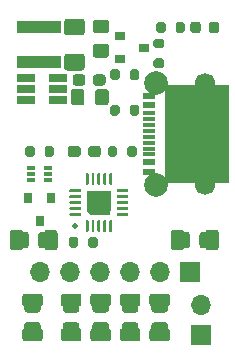
<source format=gbr>
%TF.GenerationSoftware,KiCad,Pcbnew,(5.1.9-0-10_14)*%
%TF.CreationDate,2021-05-17T11:03:40+01:00*%
%TF.ProjectId,Battery,42617474-6572-4792-9e6b-696361645f70,1*%
%TF.SameCoordinates,Original*%
%TF.FileFunction,Soldermask,Top*%
%TF.FilePolarity,Negative*%
%FSLAX46Y46*%
G04 Gerber Fmt 4.6, Leading zero omitted, Abs format (unit mm)*
G04 Created by KiCad (PCBNEW (5.1.9-0-10_14)) date 2021-05-17 11:03:40*
%MOMM*%
%LPD*%
G01*
G04 APERTURE LIST*
%ADD10R,0.900000X0.800000*%
%ADD11R,0.800000X0.900000*%
%ADD12R,0.700000X0.400000*%
%ADD13R,1.700000X1.700000*%
%ADD14O,1.700000X1.700000*%
%ADD15R,3.700000X1.100000*%
%ADD16R,1.560000X0.650000*%
%ADD17C,0.100000*%
%ADD18R,1.750000X2.000000*%
%ADD19C,0.350000*%
%ADD20C,0.500000*%
%ADD21R,2.000000X1.750000*%
%ADD22R,5.490000X8.340000*%
%ADD23R,1.140000X0.600000*%
%ADD24C,1.700000*%
%ADD25C,2.000000*%
%ADD26R,1.140000X0.300000*%
G04 APERTURE END LIST*
%TO.C,R13*%
G36*
G01*
X130675000Y-101575000D02*
X130125000Y-101575000D01*
G75*
G02*
X129925000Y-101375000I0J200000D01*
G01*
X129925000Y-100975000D01*
G75*
G02*
X130125000Y-100775000I200000J0D01*
G01*
X130675000Y-100775000D01*
G75*
G02*
X130875000Y-100975000I0J-200000D01*
G01*
X130875000Y-101375000D01*
G75*
G02*
X130675000Y-101575000I-200000J0D01*
G01*
G37*
G36*
G01*
X130675000Y-103225000D02*
X130125000Y-103225000D01*
G75*
G02*
X129925000Y-103025000I0J200000D01*
G01*
X129925000Y-102625000D01*
G75*
G02*
X130125000Y-102425000I200000J0D01*
G01*
X130675000Y-102425000D01*
G75*
G02*
X130875000Y-102625000I0J-200000D01*
G01*
X130875000Y-103025000D01*
G75*
G02*
X130675000Y-103225000I-200000J0D01*
G01*
G37*
%TD*%
%TO.C,R12*%
G36*
G01*
X127925000Y-104075000D02*
X127925000Y-103525000D01*
G75*
G02*
X128125000Y-103325000I200000J0D01*
G01*
X128525000Y-103325000D01*
G75*
G02*
X128725000Y-103525000I0J-200000D01*
G01*
X128725000Y-104075000D01*
G75*
G02*
X128525000Y-104275000I-200000J0D01*
G01*
X128125000Y-104275000D01*
G75*
G02*
X127925000Y-104075000I0J200000D01*
G01*
G37*
G36*
G01*
X126275000Y-104075000D02*
X126275000Y-103525000D01*
G75*
G02*
X126475000Y-103325000I200000J0D01*
G01*
X126875000Y-103325000D01*
G75*
G02*
X127075000Y-103525000I0J-200000D01*
G01*
X127075000Y-104075000D01*
G75*
G02*
X126875000Y-104275000I-200000J0D01*
G01*
X126475000Y-104275000D01*
G75*
G02*
X126275000Y-104075000I0J200000D01*
G01*
G37*
%TD*%
D10*
%TO.C,Q3*%
X129100000Y-101500000D03*
X127100000Y-102450000D03*
X127100000Y-100550000D03*
%TD*%
D11*
%TO.C,Q2*%
X120300000Y-116200000D03*
X119350000Y-114200000D03*
X121250000Y-114200000D03*
%TD*%
%TO.C,R11*%
G36*
G01*
X131825000Y-100075000D02*
X131825000Y-99525000D01*
G75*
G02*
X132025000Y-99325000I200000J0D01*
G01*
X132425000Y-99325000D01*
G75*
G02*
X132625000Y-99525000I0J-200000D01*
G01*
X132625000Y-100075000D01*
G75*
G02*
X132425000Y-100275000I-200000J0D01*
G01*
X132025000Y-100275000D01*
G75*
G02*
X131825000Y-100075000I0J200000D01*
G01*
G37*
G36*
G01*
X130175000Y-100075000D02*
X130175000Y-99525000D01*
G75*
G02*
X130375000Y-99325000I200000J0D01*
G01*
X130775000Y-99325000D01*
G75*
G02*
X130975000Y-99525000I0J-200000D01*
G01*
X130975000Y-100075000D01*
G75*
G02*
X130775000Y-100275000I-200000J0D01*
G01*
X130375000Y-100275000D01*
G75*
G02*
X130175000Y-100075000I0J200000D01*
G01*
G37*
%TD*%
%TO.C,D1*%
G36*
G01*
X133950000Y-99543750D02*
X133950000Y-100056250D01*
G75*
G02*
X133731250Y-100275000I-218750J0D01*
G01*
X133293750Y-100275000D01*
G75*
G02*
X133075000Y-100056250I0J218750D01*
G01*
X133075000Y-99543750D01*
G75*
G02*
X133293750Y-99325000I218750J0D01*
G01*
X133731250Y-99325000D01*
G75*
G02*
X133950000Y-99543750I0J-218750D01*
G01*
G37*
G36*
G01*
X135525000Y-99543750D02*
X135525000Y-100056250D01*
G75*
G02*
X135306250Y-100275000I-218750J0D01*
G01*
X134868750Y-100275000D01*
G75*
G02*
X134650000Y-100056250I0J218750D01*
G01*
X134650000Y-99543750D01*
G75*
G02*
X134868750Y-99325000I218750J0D01*
G01*
X135306250Y-99325000D01*
G75*
G02*
X135525000Y-99543750I0J-218750D01*
G01*
G37*
%TD*%
%TO.C,R10*%
G36*
G01*
X124425000Y-118275000D02*
X124425000Y-117725000D01*
G75*
G02*
X124625000Y-117525000I200000J0D01*
G01*
X125025000Y-117525000D01*
G75*
G02*
X125225000Y-117725000I0J-200000D01*
G01*
X125225000Y-118275000D01*
G75*
G02*
X125025000Y-118475000I-200000J0D01*
G01*
X124625000Y-118475000D01*
G75*
G02*
X124425000Y-118275000I0J200000D01*
G01*
G37*
G36*
G01*
X122775000Y-118275000D02*
X122775000Y-117725000D01*
G75*
G02*
X122975000Y-117525000I200000J0D01*
G01*
X123375000Y-117525000D01*
G75*
G02*
X123575000Y-117725000I0J-200000D01*
G01*
X123575000Y-118275000D01*
G75*
G02*
X123375000Y-118475000I-200000J0D01*
G01*
X122975000Y-118475000D01*
G75*
G02*
X122775000Y-118275000I0J200000D01*
G01*
G37*
%TD*%
%TO.C,R9*%
G36*
G01*
X119875000Y-110025000D02*
X119875000Y-110575000D01*
G75*
G02*
X119675000Y-110775000I-200000J0D01*
G01*
X119275000Y-110775000D01*
G75*
G02*
X119075000Y-110575000I0J200000D01*
G01*
X119075000Y-110025000D01*
G75*
G02*
X119275000Y-109825000I200000J0D01*
G01*
X119675000Y-109825000D01*
G75*
G02*
X119875000Y-110025000I0J-200000D01*
G01*
G37*
G36*
G01*
X121525000Y-110025000D02*
X121525000Y-110575000D01*
G75*
G02*
X121325000Y-110775000I-200000J0D01*
G01*
X120925000Y-110775000D01*
G75*
G02*
X120725000Y-110575000I0J200000D01*
G01*
X120725000Y-110025000D01*
G75*
G02*
X120925000Y-109825000I200000J0D01*
G01*
X121325000Y-109825000D01*
G75*
G02*
X121525000Y-110025000I0J-200000D01*
G01*
G37*
%TD*%
%TO.C,R8*%
G36*
G01*
X127925000Y-107075000D02*
X127925000Y-106525000D01*
G75*
G02*
X128125000Y-106325000I200000J0D01*
G01*
X128525000Y-106325000D01*
G75*
G02*
X128725000Y-106525000I0J-200000D01*
G01*
X128725000Y-107075000D01*
G75*
G02*
X128525000Y-107275000I-200000J0D01*
G01*
X128125000Y-107275000D01*
G75*
G02*
X127925000Y-107075000I0J200000D01*
G01*
G37*
G36*
G01*
X126275000Y-107075000D02*
X126275000Y-106525000D01*
G75*
G02*
X126475000Y-106325000I200000J0D01*
G01*
X126875000Y-106325000D01*
G75*
G02*
X127075000Y-106525000I0J-200000D01*
G01*
X127075000Y-107075000D01*
G75*
G02*
X126875000Y-107275000I-200000J0D01*
G01*
X126475000Y-107275000D01*
G75*
G02*
X126275000Y-107075000I0J200000D01*
G01*
G37*
%TD*%
%TO.C,R7*%
G36*
G01*
X126875000Y-110025000D02*
X126875000Y-110575000D01*
G75*
G02*
X126675000Y-110775000I-200000J0D01*
G01*
X126275000Y-110775000D01*
G75*
G02*
X126075000Y-110575000I0J200000D01*
G01*
X126075000Y-110025000D01*
G75*
G02*
X126275000Y-109825000I200000J0D01*
G01*
X126675000Y-109825000D01*
G75*
G02*
X126875000Y-110025000I0J-200000D01*
G01*
G37*
G36*
G01*
X128525000Y-110025000D02*
X128525000Y-110575000D01*
G75*
G02*
X128325000Y-110775000I-200000J0D01*
G01*
X127925000Y-110775000D01*
G75*
G02*
X127725000Y-110575000I0J200000D01*
G01*
X127725000Y-110025000D01*
G75*
G02*
X127925000Y-109825000I200000J0D01*
G01*
X128325000Y-109825000D01*
G75*
G02*
X128525000Y-110025000I0J-200000D01*
G01*
G37*
%TD*%
D12*
%TO.C,Q1*%
X119550000Y-112200000D03*
X119550000Y-111700000D03*
X121050000Y-112200000D03*
X119550000Y-112700000D03*
X121050000Y-111700000D03*
X121050000Y-112700000D03*
%TD*%
%TO.C,R6*%
G36*
G01*
X118375000Y-118249900D02*
X118375000Y-117350100D01*
G75*
G02*
X118625100Y-117100000I250100J0D01*
G01*
X119149900Y-117100000D01*
G75*
G02*
X119400000Y-117350100I0J-250100D01*
G01*
X119400000Y-118249900D01*
G75*
G02*
X119149900Y-118500000I-250100J0D01*
G01*
X118625100Y-118500000D01*
G75*
G02*
X118375000Y-118249900I0J250100D01*
G01*
G37*
G36*
G01*
X120200000Y-118249900D02*
X120200000Y-117350100D01*
G75*
G02*
X120450100Y-117100000I250100J0D01*
G01*
X120974900Y-117100000D01*
G75*
G02*
X121225000Y-117350100I0J-250100D01*
G01*
X121225000Y-118249900D01*
G75*
G02*
X120974900Y-118500000I-250100J0D01*
G01*
X120450100Y-118500000D01*
G75*
G02*
X120200000Y-118249900I0J250100D01*
G01*
G37*
G36*
G01*
X120700000Y-118425250D02*
X120700000Y-117174750D01*
G75*
G02*
X120949750Y-116925000I249750J0D01*
G01*
X121575250Y-116925000D01*
G75*
G02*
X121825000Y-117174750I0J-249750D01*
G01*
X121825000Y-118425250D01*
G75*
G02*
X121575250Y-118675000I-249750J0D01*
G01*
X120949750Y-118675000D01*
G75*
G02*
X120700000Y-118425250I0J249750D01*
G01*
G37*
G36*
G01*
X117775000Y-118425250D02*
X117775000Y-117174750D01*
G75*
G02*
X118024750Y-116925000I249750J0D01*
G01*
X118650250Y-116925000D01*
G75*
G02*
X118900000Y-117174750I0J-249750D01*
G01*
X118900000Y-118425250D01*
G75*
G02*
X118650250Y-118675000I-249750J0D01*
G01*
X118024750Y-118675000D01*
G75*
G02*
X117775000Y-118425250I0J249750D01*
G01*
G37*
%TD*%
%TO.C,R5*%
G36*
G01*
X120149900Y-125775000D02*
X119250100Y-125775000D01*
G75*
G02*
X119000000Y-125524900I0J250100D01*
G01*
X119000000Y-125000100D01*
G75*
G02*
X119250100Y-124750000I250100J0D01*
G01*
X120149900Y-124750000D01*
G75*
G02*
X120400000Y-125000100I0J-250100D01*
G01*
X120400000Y-125524900D01*
G75*
G02*
X120149900Y-125775000I-250100J0D01*
G01*
G37*
G36*
G01*
X120149900Y-123950000D02*
X119250100Y-123950000D01*
G75*
G02*
X119000000Y-123699900I0J250100D01*
G01*
X119000000Y-123175100D01*
G75*
G02*
X119250100Y-122925000I250100J0D01*
G01*
X120149900Y-122925000D01*
G75*
G02*
X120400000Y-123175100I0J-250100D01*
G01*
X120400000Y-123699900D01*
G75*
G02*
X120149900Y-123950000I-250100J0D01*
G01*
G37*
G36*
G01*
X120325250Y-123450000D02*
X119074750Y-123450000D01*
G75*
G02*
X118825000Y-123200250I0J249750D01*
G01*
X118825000Y-122574750D01*
G75*
G02*
X119074750Y-122325000I249750J0D01*
G01*
X120325250Y-122325000D01*
G75*
G02*
X120575000Y-122574750I0J-249750D01*
G01*
X120575000Y-123200250D01*
G75*
G02*
X120325250Y-123450000I-249750J0D01*
G01*
G37*
G36*
G01*
X120325250Y-126375000D02*
X119074750Y-126375000D01*
G75*
G02*
X118825000Y-126125250I0J249750D01*
G01*
X118825000Y-125499750D01*
G75*
G02*
X119074750Y-125250000I249750J0D01*
G01*
X120325250Y-125250000D01*
G75*
G02*
X120575000Y-125499750I0J-249750D01*
G01*
X120575000Y-126125250D01*
G75*
G02*
X120325250Y-126375000I-249750J0D01*
G01*
G37*
%TD*%
%TO.C,R4*%
G36*
G01*
X123419900Y-125775000D02*
X122520100Y-125775000D01*
G75*
G02*
X122270000Y-125524900I0J250100D01*
G01*
X122270000Y-125000100D01*
G75*
G02*
X122520100Y-124750000I250100J0D01*
G01*
X123419900Y-124750000D01*
G75*
G02*
X123670000Y-125000100I0J-250100D01*
G01*
X123670000Y-125524900D01*
G75*
G02*
X123419900Y-125775000I-250100J0D01*
G01*
G37*
G36*
G01*
X123419900Y-123950000D02*
X122520100Y-123950000D01*
G75*
G02*
X122270000Y-123699900I0J250100D01*
G01*
X122270000Y-123175100D01*
G75*
G02*
X122520100Y-122925000I250100J0D01*
G01*
X123419900Y-122925000D01*
G75*
G02*
X123670000Y-123175100I0J-250100D01*
G01*
X123670000Y-123699900D01*
G75*
G02*
X123419900Y-123950000I-250100J0D01*
G01*
G37*
G36*
G01*
X123595250Y-123450000D02*
X122344750Y-123450000D01*
G75*
G02*
X122095000Y-123200250I0J249750D01*
G01*
X122095000Y-122574750D01*
G75*
G02*
X122344750Y-122325000I249750J0D01*
G01*
X123595250Y-122325000D01*
G75*
G02*
X123845000Y-122574750I0J-249750D01*
G01*
X123845000Y-123200250D01*
G75*
G02*
X123595250Y-123450000I-249750J0D01*
G01*
G37*
G36*
G01*
X123595250Y-126375000D02*
X122344750Y-126375000D01*
G75*
G02*
X122095000Y-126125250I0J249750D01*
G01*
X122095000Y-125499750D01*
G75*
G02*
X122344750Y-125250000I249750J0D01*
G01*
X123595250Y-125250000D01*
G75*
G02*
X123845000Y-125499750I0J-249750D01*
G01*
X123845000Y-126125250D01*
G75*
G02*
X123595250Y-126375000I-249750J0D01*
G01*
G37*
%TD*%
%TO.C,R3*%
G36*
G01*
X125919900Y-125775000D02*
X125020100Y-125775000D01*
G75*
G02*
X124770000Y-125524900I0J250100D01*
G01*
X124770000Y-125000100D01*
G75*
G02*
X125020100Y-124750000I250100J0D01*
G01*
X125919900Y-124750000D01*
G75*
G02*
X126170000Y-125000100I0J-250100D01*
G01*
X126170000Y-125524900D01*
G75*
G02*
X125919900Y-125775000I-250100J0D01*
G01*
G37*
G36*
G01*
X125919900Y-123950000D02*
X125020100Y-123950000D01*
G75*
G02*
X124770000Y-123699900I0J250100D01*
G01*
X124770000Y-123175100D01*
G75*
G02*
X125020100Y-122925000I250100J0D01*
G01*
X125919900Y-122925000D01*
G75*
G02*
X126170000Y-123175100I0J-250100D01*
G01*
X126170000Y-123699900D01*
G75*
G02*
X125919900Y-123950000I-250100J0D01*
G01*
G37*
G36*
G01*
X126095250Y-123450000D02*
X124844750Y-123450000D01*
G75*
G02*
X124595000Y-123200250I0J249750D01*
G01*
X124595000Y-122574750D01*
G75*
G02*
X124844750Y-122325000I249750J0D01*
G01*
X126095250Y-122325000D01*
G75*
G02*
X126345000Y-122574750I0J-249750D01*
G01*
X126345000Y-123200250D01*
G75*
G02*
X126095250Y-123450000I-249750J0D01*
G01*
G37*
G36*
G01*
X126095250Y-126375000D02*
X124844750Y-126375000D01*
G75*
G02*
X124595000Y-126125250I0J249750D01*
G01*
X124595000Y-125499750D01*
G75*
G02*
X124844750Y-125250000I249750J0D01*
G01*
X126095250Y-125250000D01*
G75*
G02*
X126345000Y-125499750I0J-249750D01*
G01*
X126345000Y-126125250D01*
G75*
G02*
X126095250Y-126375000I-249750J0D01*
G01*
G37*
%TD*%
%TO.C,R2*%
G36*
G01*
X128419900Y-125775000D02*
X127520100Y-125775000D01*
G75*
G02*
X127270000Y-125524900I0J250100D01*
G01*
X127270000Y-125000100D01*
G75*
G02*
X127520100Y-124750000I250100J0D01*
G01*
X128419900Y-124750000D01*
G75*
G02*
X128670000Y-125000100I0J-250100D01*
G01*
X128670000Y-125524900D01*
G75*
G02*
X128419900Y-125775000I-250100J0D01*
G01*
G37*
G36*
G01*
X128419900Y-123950000D02*
X127520100Y-123950000D01*
G75*
G02*
X127270000Y-123699900I0J250100D01*
G01*
X127270000Y-123175100D01*
G75*
G02*
X127520100Y-122925000I250100J0D01*
G01*
X128419900Y-122925000D01*
G75*
G02*
X128670000Y-123175100I0J-250100D01*
G01*
X128670000Y-123699900D01*
G75*
G02*
X128419900Y-123950000I-250100J0D01*
G01*
G37*
G36*
G01*
X128595250Y-123450000D02*
X127344750Y-123450000D01*
G75*
G02*
X127095000Y-123200250I0J249750D01*
G01*
X127095000Y-122574750D01*
G75*
G02*
X127344750Y-122325000I249750J0D01*
G01*
X128595250Y-122325000D01*
G75*
G02*
X128845000Y-122574750I0J-249750D01*
G01*
X128845000Y-123200250D01*
G75*
G02*
X128595250Y-123450000I-249750J0D01*
G01*
G37*
G36*
G01*
X128595250Y-126375000D02*
X127344750Y-126375000D01*
G75*
G02*
X127095000Y-126125250I0J249750D01*
G01*
X127095000Y-125499750D01*
G75*
G02*
X127344750Y-125250000I249750J0D01*
G01*
X128595250Y-125250000D01*
G75*
G02*
X128845000Y-125499750I0J-249750D01*
G01*
X128845000Y-126125250D01*
G75*
G02*
X128595250Y-126375000I-249750J0D01*
G01*
G37*
%TD*%
%TO.C,R1*%
G36*
G01*
X130919900Y-125775000D02*
X130020100Y-125775000D01*
G75*
G02*
X129770000Y-125524900I0J250100D01*
G01*
X129770000Y-125000100D01*
G75*
G02*
X130020100Y-124750000I250100J0D01*
G01*
X130919900Y-124750000D01*
G75*
G02*
X131170000Y-125000100I0J-250100D01*
G01*
X131170000Y-125524900D01*
G75*
G02*
X130919900Y-125775000I-250100J0D01*
G01*
G37*
G36*
G01*
X130919900Y-123950000D02*
X130020100Y-123950000D01*
G75*
G02*
X129770000Y-123699900I0J250100D01*
G01*
X129770000Y-123175100D01*
G75*
G02*
X130020100Y-122925000I250100J0D01*
G01*
X130919900Y-122925000D01*
G75*
G02*
X131170000Y-123175100I0J-250100D01*
G01*
X131170000Y-123699900D01*
G75*
G02*
X130919900Y-123950000I-250100J0D01*
G01*
G37*
G36*
G01*
X131095250Y-123450000D02*
X129844750Y-123450000D01*
G75*
G02*
X129595000Y-123200250I0J249750D01*
G01*
X129595000Y-122574750D01*
G75*
G02*
X129844750Y-122325000I249750J0D01*
G01*
X131095250Y-122325000D01*
G75*
G02*
X131345000Y-122574750I0J-249750D01*
G01*
X131345000Y-123200250D01*
G75*
G02*
X131095250Y-123450000I-249750J0D01*
G01*
G37*
G36*
G01*
X131095250Y-126375000D02*
X129844750Y-126375000D01*
G75*
G02*
X129595000Y-126125250I0J249750D01*
G01*
X129595000Y-125499750D01*
G75*
G02*
X129844750Y-125250000I249750J0D01*
G01*
X131095250Y-125250000D01*
G75*
G02*
X131345000Y-125499750I0J-249750D01*
G01*
X131345000Y-126125250D01*
G75*
G02*
X131095250Y-126375000I-249750J0D01*
G01*
G37*
%TD*%
%TO.C,C1*%
G36*
G01*
X134862500Y-117350100D02*
X134862500Y-118249900D01*
G75*
G02*
X134612400Y-118500000I-250100J0D01*
G01*
X134087600Y-118500000D01*
G75*
G02*
X133837500Y-118249900I0J250100D01*
G01*
X133837500Y-117350100D01*
G75*
G02*
X134087600Y-117100000I250100J0D01*
G01*
X134612400Y-117100000D01*
G75*
G02*
X134862500Y-117350100I0J-250100D01*
G01*
G37*
G36*
G01*
X133037500Y-117350100D02*
X133037500Y-118249900D01*
G75*
G02*
X132787400Y-118500000I-250100J0D01*
G01*
X132262600Y-118500000D01*
G75*
G02*
X132012500Y-118249900I0J250100D01*
G01*
X132012500Y-117350100D01*
G75*
G02*
X132262600Y-117100000I250100J0D01*
G01*
X132787400Y-117100000D01*
G75*
G02*
X133037500Y-117350100I0J-250100D01*
G01*
G37*
G36*
G01*
X132537500Y-117174750D02*
X132537500Y-118425250D01*
G75*
G02*
X132287750Y-118675000I-249750J0D01*
G01*
X131662250Y-118675000D01*
G75*
G02*
X131412500Y-118425250I0J249750D01*
G01*
X131412500Y-117174750D01*
G75*
G02*
X131662250Y-116925000I249750J0D01*
G01*
X132287750Y-116925000D01*
G75*
G02*
X132537500Y-117174750I0J-249750D01*
G01*
G37*
G36*
G01*
X135462500Y-117174750D02*
X135462500Y-118425250D01*
G75*
G02*
X135212750Y-118675000I-249750J0D01*
G01*
X134587250Y-118675000D01*
G75*
G02*
X134337500Y-118425250I0J249750D01*
G01*
X134337500Y-117174750D01*
G75*
G02*
X134587250Y-116925000I249750J0D01*
G01*
X135212750Y-116925000D01*
G75*
G02*
X135462500Y-117174750I0J-249750D01*
G01*
G37*
%TD*%
D13*
%TO.C,J1*%
X133045000Y-120500000D03*
D14*
X130505000Y-120500000D03*
X127965000Y-120500000D03*
X125425000Y-120500000D03*
X122885000Y-120500000D03*
X120345000Y-120500000D03*
%TD*%
%TO.C,C2*%
G36*
G01*
X123775000Y-110062500D02*
X123775000Y-110537500D01*
G75*
G02*
X123537500Y-110775000I-237500J0D01*
G01*
X122937500Y-110775000D01*
G75*
G02*
X122700000Y-110537500I0J237500D01*
G01*
X122700000Y-110062500D01*
G75*
G02*
X122937500Y-109825000I237500J0D01*
G01*
X123537500Y-109825000D01*
G75*
G02*
X123775000Y-110062500I0J-237500D01*
G01*
G37*
G36*
G01*
X125500000Y-110062500D02*
X125500000Y-110537500D01*
G75*
G02*
X125262500Y-110775000I-237500J0D01*
G01*
X124662500Y-110775000D01*
G75*
G02*
X124425000Y-110537500I0J237500D01*
G01*
X124425000Y-110062500D01*
G75*
G02*
X124662500Y-109825000I237500J0D01*
G01*
X125262500Y-109825000D01*
G75*
G02*
X125500000Y-110062500I0J-237500D01*
G01*
G37*
%TD*%
%TO.C,Reg1*%
G36*
G01*
X126150000Y-105249550D02*
X126150000Y-106150450D01*
G75*
G02*
X125900450Y-106400000I-249550J0D01*
G01*
X125249550Y-106400000D01*
G75*
G02*
X125000000Y-106150450I0J249550D01*
G01*
X125000000Y-105249550D01*
G75*
G02*
X125249550Y-105000000I249550J0D01*
G01*
X125900450Y-105000000D01*
G75*
G02*
X126150000Y-105249550I0J-249550D01*
G01*
G37*
G36*
G01*
X124100000Y-105249550D02*
X124100000Y-106150450D01*
G75*
G02*
X123850450Y-106400000I-249550J0D01*
G01*
X123199550Y-106400000D01*
G75*
G02*
X122950000Y-106150450I0J249550D01*
G01*
X122950000Y-105249550D01*
G75*
G02*
X123199550Y-105000000I249550J0D01*
G01*
X123850450Y-105000000D01*
G75*
G02*
X124100000Y-105249550I0J-249550D01*
G01*
G37*
G36*
G01*
X123875627Y-103450000D02*
X122624373Y-103450000D01*
G75*
G02*
X122375000Y-103200627I0J249373D01*
G01*
X122375000Y-102274373D01*
G75*
G02*
X122624373Y-102025000I249373J0D01*
G01*
X123875627Y-102025000D01*
G75*
G02*
X124125000Y-102274373I0J-249373D01*
G01*
X124125000Y-103200627D01*
G75*
G02*
X123875627Y-103450000I-249373J0D01*
G01*
G37*
G36*
G01*
X123875627Y-100475000D02*
X122624373Y-100475000D01*
G75*
G02*
X122375000Y-100225627I0J249373D01*
G01*
X122375000Y-99299373D01*
G75*
G02*
X122624373Y-99050000I249373J0D01*
G01*
X123875627Y-99050000D01*
G75*
G02*
X124125000Y-99299373I0J-249373D01*
G01*
X124125000Y-100225627D01*
G75*
G02*
X123875627Y-100475000I-249373J0D01*
G01*
G37*
D15*
X120250000Y-99750000D03*
X120250000Y-102750000D03*
G36*
G01*
X125950450Y-100300000D02*
X125049550Y-100300000D01*
G75*
G02*
X124800000Y-100050450I0J249550D01*
G01*
X124800000Y-99399550D01*
G75*
G02*
X125049550Y-99150000I249550J0D01*
G01*
X125950450Y-99150000D01*
G75*
G02*
X126200000Y-99399550I0J-249550D01*
G01*
X126200000Y-100050450D01*
G75*
G02*
X125950450Y-100300000I-249550J0D01*
G01*
G37*
G36*
G01*
X125950450Y-102350000D02*
X125049550Y-102350000D01*
G75*
G02*
X124800000Y-102100450I0J249550D01*
G01*
X124800000Y-101449550D01*
G75*
G02*
X125049550Y-101200000I249550J0D01*
G01*
X125950450Y-101200000D01*
G75*
G02*
X126200000Y-101449550I0J-249550D01*
G01*
X126200000Y-102100450D01*
G75*
G02*
X125950450Y-102350000I-249550J0D01*
G01*
G37*
G36*
G01*
X125900000Y-104012500D02*
X125900000Y-104487500D01*
G75*
G02*
X125662500Y-104725000I-237500J0D01*
G01*
X125062500Y-104725000D01*
G75*
G02*
X124825000Y-104487500I0J237500D01*
G01*
X124825000Y-104012500D01*
G75*
G02*
X125062500Y-103775000I237500J0D01*
G01*
X125662500Y-103775000D01*
G75*
G02*
X125900000Y-104012500I0J-237500D01*
G01*
G37*
G36*
G01*
X124175000Y-104012500D02*
X124175000Y-104487500D01*
G75*
G02*
X123937500Y-104725000I-237500J0D01*
G01*
X123337500Y-104725000D01*
G75*
G02*
X123100000Y-104487500I0J237500D01*
G01*
X123100000Y-104012500D01*
G75*
G02*
X123337500Y-103775000I237500J0D01*
G01*
X123937500Y-103775000D01*
G75*
G02*
X124175000Y-104012500I0J-237500D01*
G01*
G37*
D16*
X121850000Y-105950000D03*
X121850000Y-105000000D03*
X121850000Y-104050000D03*
X119150000Y-104050000D03*
X119150000Y-105950000D03*
X119150000Y-105000000D03*
%TD*%
D17*
%TO.C,U2*%
G36*
X124324797Y-115374887D02*
G01*
X126074887Y-113624797D01*
X126325203Y-113875113D01*
X124575113Y-115625203D01*
X124324797Y-115374887D01*
G37*
D18*
X125450000Y-114625000D03*
D19*
X125325000Y-114625000D03*
D20*
X123325000Y-116625000D03*
D21*
X125325000Y-114500000D03*
G36*
G01*
X123762500Y-115750000D02*
X122887500Y-115750000D01*
G75*
G02*
X122825000Y-115687500I0J62500D01*
G01*
X122825000Y-115562500D01*
G75*
G02*
X122887500Y-115500000I62500J0D01*
G01*
X123762500Y-115500000D01*
G75*
G02*
X123825000Y-115562500I0J-62500D01*
G01*
X123825000Y-115687500D01*
G75*
G02*
X123762500Y-115750000I-62500J0D01*
G01*
G37*
G36*
G01*
X123762500Y-115250000D02*
X122887500Y-115250000D01*
G75*
G02*
X122825000Y-115187500I0J62500D01*
G01*
X122825000Y-115062500D01*
G75*
G02*
X122887500Y-115000000I62500J0D01*
G01*
X123762500Y-115000000D01*
G75*
G02*
X123825000Y-115062500I0J-62500D01*
G01*
X123825000Y-115187500D01*
G75*
G02*
X123762500Y-115250000I-62500J0D01*
G01*
G37*
G36*
G01*
X123762500Y-114750000D02*
X122887500Y-114750000D01*
G75*
G02*
X122825000Y-114687500I0J62500D01*
G01*
X122825000Y-114562500D01*
G75*
G02*
X122887500Y-114500000I62500J0D01*
G01*
X123762500Y-114500000D01*
G75*
G02*
X123825000Y-114562500I0J-62500D01*
G01*
X123825000Y-114687500D01*
G75*
G02*
X123762500Y-114750000I-62500J0D01*
G01*
G37*
G36*
G01*
X123762500Y-114250000D02*
X122887500Y-114250000D01*
G75*
G02*
X122825000Y-114187500I0J62500D01*
G01*
X122825000Y-114062500D01*
G75*
G02*
X122887500Y-114000000I62500J0D01*
G01*
X123762500Y-114000000D01*
G75*
G02*
X123825000Y-114062500I0J-62500D01*
G01*
X123825000Y-114187500D01*
G75*
G02*
X123762500Y-114250000I-62500J0D01*
G01*
G37*
G36*
G01*
X123762500Y-113750000D02*
X122887500Y-113750000D01*
G75*
G02*
X122825000Y-113687500I0J62500D01*
G01*
X122825000Y-113562500D01*
G75*
G02*
X122887500Y-113500000I62500J0D01*
G01*
X123762500Y-113500000D01*
G75*
G02*
X123825000Y-113562500I0J-62500D01*
G01*
X123825000Y-113687500D01*
G75*
G02*
X123762500Y-113750000I-62500J0D01*
G01*
G37*
G36*
G01*
X124387500Y-113125000D02*
X124262500Y-113125000D01*
G75*
G02*
X124200000Y-113062500I0J62500D01*
G01*
X124200000Y-112187500D01*
G75*
G02*
X124262500Y-112125000I62500J0D01*
G01*
X124387500Y-112125000D01*
G75*
G02*
X124450000Y-112187500I0J-62500D01*
G01*
X124450000Y-113062500D01*
G75*
G02*
X124387500Y-113125000I-62500J0D01*
G01*
G37*
G36*
G01*
X124887500Y-113125000D02*
X124762500Y-113125000D01*
G75*
G02*
X124700000Y-113062500I0J62500D01*
G01*
X124700000Y-112187500D01*
G75*
G02*
X124762500Y-112125000I62500J0D01*
G01*
X124887500Y-112125000D01*
G75*
G02*
X124950000Y-112187500I0J-62500D01*
G01*
X124950000Y-113062500D01*
G75*
G02*
X124887500Y-113125000I-62500J0D01*
G01*
G37*
G36*
G01*
X125387500Y-113125000D02*
X125262500Y-113125000D01*
G75*
G02*
X125200000Y-113062500I0J62500D01*
G01*
X125200000Y-112187500D01*
G75*
G02*
X125262500Y-112125000I62500J0D01*
G01*
X125387500Y-112125000D01*
G75*
G02*
X125450000Y-112187500I0J-62500D01*
G01*
X125450000Y-113062500D01*
G75*
G02*
X125387500Y-113125000I-62500J0D01*
G01*
G37*
G36*
G01*
X125887500Y-113125000D02*
X125762500Y-113125000D01*
G75*
G02*
X125700000Y-113062500I0J62500D01*
G01*
X125700000Y-112187500D01*
G75*
G02*
X125762500Y-112125000I62500J0D01*
G01*
X125887500Y-112125000D01*
G75*
G02*
X125950000Y-112187500I0J-62500D01*
G01*
X125950000Y-113062500D01*
G75*
G02*
X125887500Y-113125000I-62500J0D01*
G01*
G37*
G36*
G01*
X126387500Y-113125000D02*
X126262500Y-113125000D01*
G75*
G02*
X126200000Y-113062500I0J62500D01*
G01*
X126200000Y-112187500D01*
G75*
G02*
X126262500Y-112125000I62500J0D01*
G01*
X126387500Y-112125000D01*
G75*
G02*
X126450000Y-112187500I0J-62500D01*
G01*
X126450000Y-113062500D01*
G75*
G02*
X126387500Y-113125000I-62500J0D01*
G01*
G37*
G36*
G01*
X127762500Y-113750000D02*
X126887500Y-113750000D01*
G75*
G02*
X126825000Y-113687500I0J62500D01*
G01*
X126825000Y-113562500D01*
G75*
G02*
X126887500Y-113500000I62500J0D01*
G01*
X127762500Y-113500000D01*
G75*
G02*
X127825000Y-113562500I0J-62500D01*
G01*
X127825000Y-113687500D01*
G75*
G02*
X127762500Y-113750000I-62500J0D01*
G01*
G37*
G36*
G01*
X127762500Y-114250000D02*
X126887500Y-114250000D01*
G75*
G02*
X126825000Y-114187500I0J62500D01*
G01*
X126825000Y-114062500D01*
G75*
G02*
X126887500Y-114000000I62500J0D01*
G01*
X127762500Y-114000000D01*
G75*
G02*
X127825000Y-114062500I0J-62500D01*
G01*
X127825000Y-114187500D01*
G75*
G02*
X127762500Y-114250000I-62500J0D01*
G01*
G37*
G36*
G01*
X127762500Y-114750000D02*
X126887500Y-114750000D01*
G75*
G02*
X126825000Y-114687500I0J62500D01*
G01*
X126825000Y-114562500D01*
G75*
G02*
X126887500Y-114500000I62500J0D01*
G01*
X127762500Y-114500000D01*
G75*
G02*
X127825000Y-114562500I0J-62500D01*
G01*
X127825000Y-114687500D01*
G75*
G02*
X127762500Y-114750000I-62500J0D01*
G01*
G37*
G36*
G01*
X127762500Y-115250000D02*
X126887500Y-115250000D01*
G75*
G02*
X126825000Y-115187500I0J62500D01*
G01*
X126825000Y-115062500D01*
G75*
G02*
X126887500Y-115000000I62500J0D01*
G01*
X127762500Y-115000000D01*
G75*
G02*
X127825000Y-115062500I0J-62500D01*
G01*
X127825000Y-115187500D01*
G75*
G02*
X127762500Y-115250000I-62500J0D01*
G01*
G37*
G36*
G01*
X127762500Y-115750000D02*
X126887500Y-115750000D01*
G75*
G02*
X126825000Y-115687500I0J62500D01*
G01*
X126825000Y-115562500D01*
G75*
G02*
X126887500Y-115500000I62500J0D01*
G01*
X127762500Y-115500000D01*
G75*
G02*
X127825000Y-115562500I0J-62500D01*
G01*
X127825000Y-115687500D01*
G75*
G02*
X127762500Y-115750000I-62500J0D01*
G01*
G37*
G36*
G01*
X126387500Y-117125000D02*
X126262500Y-117125000D01*
G75*
G02*
X126200000Y-117062500I0J62500D01*
G01*
X126200000Y-116187500D01*
G75*
G02*
X126262500Y-116125000I62500J0D01*
G01*
X126387500Y-116125000D01*
G75*
G02*
X126450000Y-116187500I0J-62500D01*
G01*
X126450000Y-117062500D01*
G75*
G02*
X126387500Y-117125000I-62500J0D01*
G01*
G37*
G36*
G01*
X125887500Y-117125000D02*
X125762500Y-117125000D01*
G75*
G02*
X125700000Y-117062500I0J62500D01*
G01*
X125700000Y-116187500D01*
G75*
G02*
X125762500Y-116125000I62500J0D01*
G01*
X125887500Y-116125000D01*
G75*
G02*
X125950000Y-116187500I0J-62500D01*
G01*
X125950000Y-117062500D01*
G75*
G02*
X125887500Y-117125000I-62500J0D01*
G01*
G37*
G36*
G01*
X125387500Y-117125000D02*
X125262500Y-117125000D01*
G75*
G02*
X125200000Y-117062500I0J62500D01*
G01*
X125200000Y-116187500D01*
G75*
G02*
X125262500Y-116125000I62500J0D01*
G01*
X125387500Y-116125000D01*
G75*
G02*
X125450000Y-116187500I0J-62500D01*
G01*
X125450000Y-117062500D01*
G75*
G02*
X125387500Y-117125000I-62500J0D01*
G01*
G37*
G36*
G01*
X124887500Y-117125000D02*
X124762500Y-117125000D01*
G75*
G02*
X124700000Y-117062500I0J62500D01*
G01*
X124700000Y-116187500D01*
G75*
G02*
X124762500Y-116125000I62500J0D01*
G01*
X124887500Y-116125000D01*
G75*
G02*
X124950000Y-116187500I0J-62500D01*
G01*
X124950000Y-117062500D01*
G75*
G02*
X124887500Y-117125000I-62500J0D01*
G01*
G37*
G36*
G01*
X124387500Y-117125000D02*
X124262500Y-117125000D01*
G75*
G02*
X124200000Y-117062500I0J62500D01*
G01*
X124200000Y-116187500D01*
G75*
G02*
X124262500Y-116125000I62500J0D01*
G01*
X124387500Y-116125000D01*
G75*
G02*
X124450000Y-116187500I0J-62500D01*
G01*
X124450000Y-117062500D01*
G75*
G02*
X124387500Y-117125000I-62500J0D01*
G01*
G37*
%TD*%
D14*
%TO.C,J3*%
X134000000Y-123260000D03*
D13*
X134000000Y-125800000D03*
%TD*%
D22*
%TO.C,J2*%
X133655000Y-108800000D03*
D23*
X129540000Y-111200000D03*
X129540000Y-106400000D03*
D24*
X134310000Y-104475000D03*
X134310000Y-113125000D03*
D25*
X130130000Y-104475000D03*
X130130000Y-113125000D03*
D26*
X129540000Y-108550000D03*
X129540000Y-109050000D03*
X129540000Y-108050000D03*
X129540000Y-109550000D03*
X129540000Y-107550000D03*
X129540000Y-110050000D03*
X129540000Y-107050000D03*
X129540000Y-110550000D03*
D23*
X129540000Y-105600000D03*
X129540000Y-112000000D03*
%TD*%
M02*

</source>
